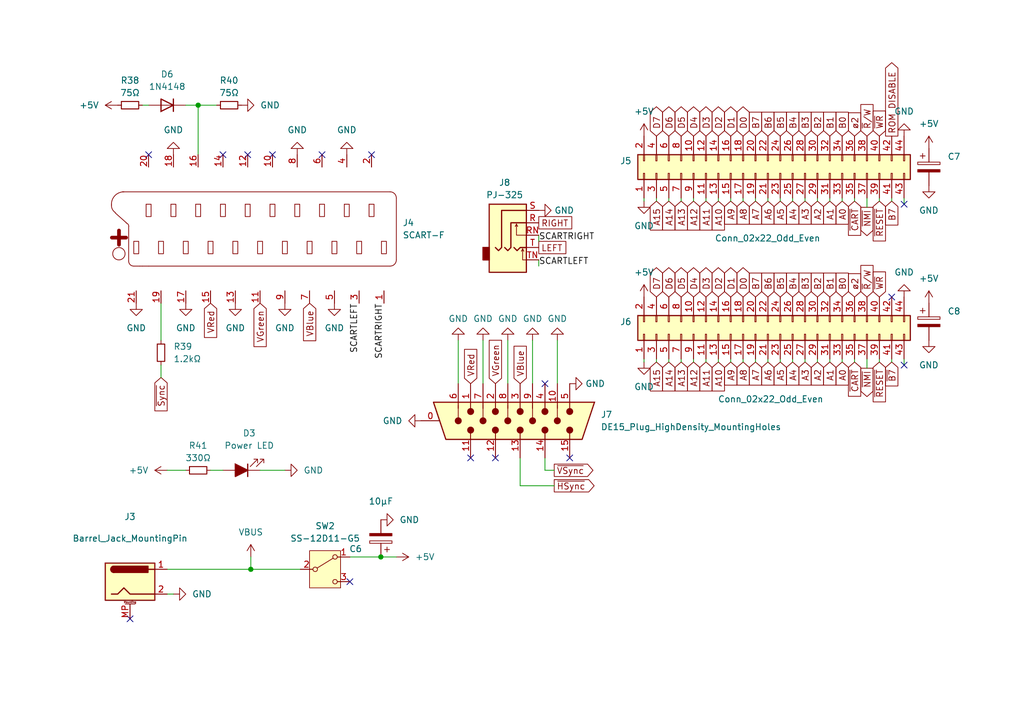
<source format=kicad_sch>
(kicad_sch (version 20231120) (generator "eeschema") (generator_version "8.0")
  (paper "A5")
  (title_block (title "Ports"))
  (lib_symbols
    (symbol "Connector:Barrel_Jack_MountingPin" (pin_names hide)
      (property "Reference" "J" (at 0 5.334 0))
      (property "Value" "Barrel_Jack_MountingPin" (at 1.27 -6.35 0))
      (symbol "Barrel_Jack_MountingPin_0_1"
        (rectangle (start -5.08 3.81) (end 5.08 -3.81) (stroke (width 0.254)) (fill (type background)))
        (arc (start -3.302 3.175) (mid -3.9343 2.54) (end -3.302 1.905) (stroke (width 0.254)))
        (arc (start -3.302 3.175) (mid -3.9343 2.54) (end -3.302 1.905) (stroke (width 0.254)) (fill (type outline)))
        (polyline (pts (xy 5.08 2.54) (xy 3.81 2.54)) (stroke (width 0.254)))
        (polyline (pts (xy -3.81 -2.54) (xy -2.54 -2.54) (xy -1.27 -1.27) (xy 0 -2.54) (xy 2.54 -2.54) (xy 5.08 -2.54)) (stroke (width 0.254)))
        (rectangle (start 3.683 3.175) (end -3.302 1.905) (stroke (width 0.254)) (fill (type outline)))
      )
      (symbol "Barrel_Jack_MountingPin_1_1"
        (polyline (pts (xy -1.016 -4.572) (xy 1.016 -4.572)) (stroke (width 0.1524)))
        (text "Mounting" (at 0 -4.191 0) (effects (font (size 0.381 0.381))))
        (pin passive line (at 7.62 2.54 180) (length 2.54) (name "~") (number "1"))
        (pin passive line (at 7.62 -2.54 180) (length 2.54) (name "~") (number "2"))
        (pin passive line (at 0 -7.62 90) (length 3.048) (name "MountPin") (number "MP"))
      )
    )
    (symbol "Connector:DE15_Plug_HighDensity_MountingHoles" (pin_names (offset 1.016) hide)
      (property "Reference" "J" (at 0 21.59 0))
      (property "Value" "DE15_Plug_HighDensity_MountingHoles" (at 0 19.05 0))
      (symbol "DE15_Plug_HighDensity_MountingHoles_0_1"
        (circle (center -1.905 -7.62) (radius 0.635) (fill (type outline)))
        (circle (center -1.905 -2.54) (radius 0.635) (fill (type outline)))
        (circle (center -1.905 2.54) (radius 0.635) (fill (type outline)))
        (circle (center -1.905 7.62) (radius 0.635) (fill (type outline)))
        (circle (center -1.905 12.7) (radius 0.635) (fill (type outline)))
        (circle (center 0 -10.16) (radius 0.635) (fill (type outline)))
        (circle (center 0 -5.08) (radius 0.635) (fill (type outline)))
        (polyline (pts (xy -3.175 -5.08) (xy -0.635 -5.08)))
        (polyline (pts (xy -0.635 -10.16) (xy -3.175 -10.16)))
        (polyline (pts (xy -0.635 0) (xy -3.175 0)))
        (polyline (pts (xy -0.635 5.08) (xy -3.175 5.08)))
        (polyline (pts (xy -0.635 10.16) (xy -3.175 10.16)))
        (polyline (pts (xy -3.81 17.78) (xy -3.81 -15.24) (xy 3.81 -12.7) (xy 3.81 15.24) (xy -3.81 17.78)) (stroke (width 0.254)) (fill (type background)))
        (circle (center 0 0) (radius 0.635) (fill (type outline)))
        (circle (center 0 5.08) (radius 0.635) (fill (type outline)))
        (circle (center 0 10.16) (radius 0.635) (fill (type outline)))
        (circle (center 1.905 -7.62) (radius 0.635) (fill (type outline)))
        (circle (center 1.905 -2.54) (radius 0.635) (fill (type outline)))
        (circle (center 1.905 2.54) (radius 0.635) (fill (type outline)))
        (circle (center 1.905 7.62) (radius 0.635) (fill (type outline)))
        (circle (center 1.905 12.7) (radius 0.635) (fill (type outline)))
      )
      (symbol "DE15_Plug_HighDensity_MountingHoles_1_1"
        (pin passive line (at 0 -17.78 90) (length 3.81) (name "~") (number "0"))
        (pin passive line (at -7.62 -7.62 0) (length 5.08) (name "~") (number "1"))
        (pin passive line (at -7.62 10.16 0) (length 5.08) (name "~") (number "10"))
        (pin passive line (at 7.62 -7.62 180) (length 5.08) (name "~") (number "11"))
        (pin passive line (at 7.62 -2.54 180) (length 5.08) (name "~") (number "12"))
        (pin passive line (at 7.62 2.54 180) (length 5.08) (name "~") (number "13"))
        (pin passive line (at 7.62 7.62 180) (length 5.08) (name "~") (number "14"))
        (pin passive line (at 7.62 12.7 180) (length 5.08) (name "~") (number "15"))
        (pin passive line (at -7.62 -2.54 0) (length 5.08) (name "~") (number "2"))
        (pin passive line (at -7.62 2.54 0) (length 5.08) (name "~") (number "3"))
        (pin passive line (at -7.62 7.62 0) (length 5.08) (name "~") (number "4"))
        (pin passive line (at -7.62 12.7 0) (length 5.08) (name "~") (number "5"))
        (pin passive line (at -7.62 -10.16 0) (length 5.08) (name "~") (number "6"))
        (pin passive line (at -7.62 -5.08 0) (length 5.08) (name "~") (number "7"))
        (pin passive line (at -7.62 0 0) (length 5.08) (name "~") (number "8"))
        (pin passive line (at -7.62 5.08 0) (length 5.08) (name "~") (number "9"))
      )
    )
    (symbol "Connector:SCART-F" (pin_names (offset 0.762) hide)
      (property "Reference" "J" (at 0 31.75 0))
      (property "Value" "SCART-F" (at 1.016 -29.21 0))
      (symbol "SCART-F_0_1"
        (arc (start -7.62 -26.67) (mid -7.248 -27.568) (end -6.35 -27.94))
        (arc (start -6.604 26.9494) (mid -7.3224 26.6518) (end -7.62 25.9334))
        (rectangle (start -5.08 -24.892) (end -2.54 -25.908))
        (rectangle (start -5.08 -19.812) (end -2.54 -20.828))
        (rectangle (start -5.08 -14.732) (end -2.54 -15.748))
        (rectangle (start -5.08 -9.652) (end -2.54 -10.668))
        (rectangle (start -5.08 -4.572) (end -2.54 -5.588))
        (rectangle (start -5.08 0.508) (end -2.54 -0.508))
        (rectangle (start -5.08 5.588) (end -2.54 4.572))
        (rectangle (start -5.08 10.668) (end -2.54 9.652))
        (rectangle (start -5.08 15.748) (end -2.54 14.732))
        (rectangle (start -5.08 20.828) (end -2.54 19.812))
        (rectangle (start -5.08 25.908) (end -2.54 24.892))
        (circle (center -5.08 28.956) (radius 1.27))
        (polyline (pts (xy -7.62 22.86) (xy -7.62 -26.67)))
        (polyline (pts (xy -7.62 22.86) (xy -7.62 24.13)))
        (polyline (pts (xy -7.62 24.6634) (xy -7.62 24.13)))
        (polyline (pts (xy -7.62 24.6634) (xy -7.62 25.9334)))
        (polyline (pts (xy -6.604 26.9494) (xy 0.508 26.9494)))
        (polyline (pts (xy -6.35 -27.94) (xy 6.35 -27.94)))
        (polyline (pts (xy 3.302 29.718) (xy 1.27 27.432)))
        (polyline (pts (xy 4.826 30.48) (xy 5.08 30.48)))
        (polyline (pts (xy 7.62 -26.67) (xy 7.62 28.2194)))
        (arc (start 0.508 26.924) (mid 0.9569 27.0702) (end 1.2192 27.4574))
        (rectangle (start 2.54 -22.352) (end 5.08 -23.368))
        (rectangle (start 2.54 -17.272) (end 5.08 -18.288))
        (rectangle (start 2.54 -12.192) (end 5.08 -13.208))
        (rectangle (start 2.54 -7.112) (end 5.08 -8.128))
        (rectangle (start 2.54 -2.032) (end 5.08 -3.048))
        (rectangle (start 2.54 3.048) (end 5.08 2.032))
        (rectangle (start 2.54 8.128) (end 5.08 7.112))
        (rectangle (start 2.54 13.208) (end 5.08 12.192))
        (rectangle (start 2.54 18.288) (end 5.08 17.272))
        (rectangle (start 2.54 23.368) (end 5.08 22.352))
        (arc (start 4.826 30.48) (mid 3.999 30.2726) (end 3.3782 29.6926))
        (arc (start 6.35 -27.94) (mid 7.248 -27.568) (end 7.62 -26.67))
        (arc (start 7.62 27.94) (mid 6.8761 29.7361) (end 5.08 30.48))
        (text "+" (at -1.778 29.21 0) (effects (font (size 3.81 3.81) (bold yes))))
      )
      (symbol "SCART-F_1_1"
        (pin passive line (at -15.24 -25.4 0) (length 2.54) (name "P1") (number "1"))
        (pin passive line (at 15.24 -2.54 180) (length 2.54) (name "P10") (number "10"))
        (pin passive line (at -15.24 0 0) (length 2.54) (name "P11") (number "11"))
        (pin passive line (at 15.24 2.54 180) (length 2.54) (name "P12") (number "12"))
        (pin passive line (at -15.24 5.08 0) (length 2.54) (name "P13") (number "13"))
        (pin passive line (at 15.24 7.62 180) (length 2.54) (name "P14") (number "14"))
        (pin passive line (at -15.24 10.16 0) (length 2.54) (name "P15") (number "15"))
        (pin passive line (at 15.24 12.7 180) (length 2.54) (name "P16") (number "16"))
        (pin passive line (at -15.24 15.24 0) (length 2.54) (name "P17") (number "17"))
        (pin passive line (at 15.24 17.78 180) (length 2.54) (name "P18") (number "18"))
        (pin passive line (at -15.24 20.32 0) (length 2.54) (name "P19") (number "19"))
        (pin passive line (at 15.24 -22.86 180) (length 2.54) (name "P2") (number "2"))
        (pin passive line (at 15.24 22.86 180) (length 2.54) (name "P20") (number "20"))
        (pin passive line (at -15.24 25.4 0) (length 2.54) (name "P21") (number "21"))
        (pin passive line (at -15.24 -20.32 0) (length 2.54) (name "P3") (number "3"))
        (pin passive line (at 15.24 -17.78 180) (length 2.54) (name "P4") (number "4"))
        (pin passive line (at -15.24 -15.24 0) (length 2.54) (name "P5") (number "5"))
        (pin passive line (at 15.24 -12.7 180) (length 2.54) (name "P6") (number "6"))
        (pin passive line (at -15.24 -10.16 0) (length 2.54) (name "P7") (number "7"))
        (pin passive line (at 15.24 -7.62 180) (length 2.54) (name "P8") (number "8"))
        (pin passive line (at -15.24 -5.08 0) (length 2.54) (name "P9") (number "9"))
      )
    )
    (symbol "Connector_Audio:AudioJack3_SwitchTR"
      (property "Reference" "J" (at 0 8.89 0))
      (property "Value" "AudioJack3_SwitchTR" (at 0 6.35 0))
      (symbol "AudioJack3_SwitchTR_0_1"
        (rectangle (start -5.08 -5.08) (end -6.35 -7.62) (stroke (width 0.254)) (fill (type outline)))
        (polyline (pts (xy 0.508 -0.254) (xy 0.762 -0.762)))
        (polyline (pts (xy 1.778 -5.334) (xy 2.032 -5.842)))
        (polyline (pts (xy 0 -5.08) (xy 0.635 -5.715) (xy 1.27 -5.08) (xy 2.54 -5.08)) (stroke (width 0.254)))
        (polyline (pts (xy 2.54 -7.62) (xy 1.778 -7.62) (xy 1.778 -5.334) (xy 1.524 -5.842)))
        (polyline (pts (xy 2.54 -2.54) (xy 0.508 -2.54) (xy 0.508 -0.254) (xy 0.254 -0.762)))
        (polyline (pts (xy -1.905 -5.08) (xy -1.27 -5.715) (xy -0.635 -5.08) (xy -0.635 0) (xy 2.54 0)) (stroke (width 0.254)))
        (polyline (pts (xy 2.54 2.54) (xy -2.54 2.54) (xy -2.54 -5.08) (xy -3.175 -5.715) (xy -3.81 -5.08)) (stroke (width 0.254)))
        (rectangle (start 2.54 3.81) (end -5.08 -10.16) (stroke (width 0.254)) (fill (type background)))
      )
      (symbol "AudioJack3_SwitchTR_1_1"
        (pin passive line (at 5.08 0 180) (length 2.54) (name "~") (number "R"))
        (pin passive line (at 5.08 -2.54 180) (length 2.54) (name "~") (number "RN"))
        (pin passive line (at 5.08 2.54 180) (length 2.54) (name "~") (number "S"))
        (pin passive line (at 5.08 -5.08 180) (length 2.54) (name "~") (number "T"))
        (pin passive line (at 5.08 -7.62 180) (length 2.54) (name "~") (number "TN"))
      )
    )
    (symbol "Connector_Generic:Conn_02x22_Odd_Even" (pin_names (offset 1.016) hide)
      (property "Reference" "J" (at 1.27 27.94 0))
      (property "Value" "Conn_02x22_Odd_Even" (at 1.27 -30.48 0))
      (symbol "Conn_02x22_Odd_Even_1_1"
        (rectangle (start -1.27 -27.813) (end 0 -28.067) (stroke (width 0.1524)))
        (rectangle (start -1.27 -25.273) (end 0 -25.527) (stroke (width 0.1524)))
        (rectangle (start -1.27 -22.733) (end 0 -22.987) (stroke (width 0.1524)))
        (rectangle (start -1.27 -20.193) (end 0 -20.447) (stroke (width 0.1524)))
        (rectangle (start -1.27 -17.653) (end 0 -17.907) (stroke (width 0.1524)))
        (rectangle (start -1.27 -15.113) (end 0 -15.367) (stroke (width 0.1524)))
        (rectangle (start -1.27 -12.573) (end 0 -12.827) (stroke (width 0.1524)))
        (rectangle (start -1.27 -10.033) (end 0 -10.287) (stroke (width 0.1524)))
        (rectangle (start -1.27 -7.493) (end 0 -7.747) (stroke (width 0.1524)))
        (rectangle (start -1.27 -4.953) (end 0 -5.207) (stroke (width 0.1524)))
        (rectangle (start -1.27 -2.413) (end 0 -2.667) (stroke (width 0.1524)))
        (rectangle (start -1.27 0.127) (end 0 -0.127) (stroke (width 0.1524)))
        (rectangle (start -1.27 2.667) (end 0 2.413) (stroke (width 0.1524)))
        (rectangle (start -1.27 5.207) (end 0 4.953) (stroke (width 0.1524)))
        (rectangle (start -1.27 7.747) (end 0 7.493) (stroke (width 0.1524)))
        (rectangle (start -1.27 10.287) (end 0 10.033) (stroke (width 0.1524)))
        (rectangle (start -1.27 12.827) (end 0 12.573) (stroke (width 0.1524)))
        (rectangle (start -1.27 15.367) (end 0 15.113) (stroke (width 0.1524)))
        (rectangle (start -1.27 17.907) (end 0 17.653) (stroke (width 0.1524)))
        (rectangle (start -1.27 20.447) (end 0 20.193) (stroke (width 0.1524)))
        (rectangle (start -1.27 22.987) (end 0 22.733) (stroke (width 0.1524)))
        (rectangle (start -1.27 25.527) (end 0 25.273) (stroke (width 0.1524)))
        (rectangle (start -1.27 26.67) (end 3.81 -29.21) (stroke (width 0.254)) (fill (type background)))
        (rectangle (start 3.81 -27.813) (end 2.54 -28.067) (stroke (width 0.1524)))
        (rectangle (start 3.81 -25.273) (end 2.54 -25.527) (stroke (width 0.1524)))
        (rectangle (start 3.81 -22.733) (end 2.54 -22.987) (stroke (width 0.1524)))
        (rectangle (start 3.81 -20.193) (end 2.54 -20.447) (stroke (width 0.1524)))
        (rectangle (start 3.81 -17.653) (end 2.54 -17.907) (stroke (width 0.1524)))
        (rectangle (start 3.81 -15.113) (end 2.54 -15.367) (stroke (width 0.1524)))
        (rectangle (start 3.81 -12.573) (end 2.54 -12.827) (stroke (width 0.1524)))
        (rectangle (start 3.81 -10.033) (end 2.54 -10.287) (stroke (width 0.1524)))
        (rectangle (start 3.81 -7.493) (end 2.54 -7.747) (stroke (width 0.1524)))
        (rectangle (start 3.81 -4.953) (end 2.54 -5.207) (stroke (width 0.1524)))
        (rectangle (start 3.81 -2.413) (end 2.54 -2.667) (stroke (width 0.1524)))
        (rectangle (start 3.81 0.127) (end 2.54 -0.127) (stroke (width 0.1524)))
        (rectangle (start 3.81 2.667) (end 2.54 2.413) (stroke (width 0.1524)))
        (rectangle (start 3.81 5.207) (end 2.54 4.953) (stroke (width 0.1524)))
        (rectangle (start 3.81 7.747) (end 2.54 7.493) (stroke (width 0.1524)))
        (rectangle (start 3.81 10.287) (end 2.54 10.033) (stroke (width 0.1524)))
        (rectangle (start 3.81 12.827) (end 2.54 12.573) (stroke (width 0.1524)))
        (rectangle (start 3.81 15.367) (end 2.54 15.113) (stroke (width 0.1524)))
        (rectangle (start 3.81 17.907) (end 2.54 17.653) (stroke (width 0.1524)))
        (rectangle (start 3.81 20.447) (end 2.54 20.193) (stroke (width 0.1524)))
        (rectangle (start 3.81 22.987) (end 2.54 22.733) (stroke (width 0.1524)))
        (rectangle (start 3.81 25.527) (end 2.54 25.273) (stroke (width 0.1524)))
        (pin passive line (at -5.08 25.4 0) (length 3.81) (name "Pin_1") (number "1"))
        (pin passive line (at 7.62 15.24 180) (length 3.81) (name "Pin_10") (number "10"))
        (pin passive line (at -5.08 12.7 0) (length 3.81) (name "Pin_11") (number "11"))
        (pin passive line (at 7.62 12.7 180) (length 3.81) (name "Pin_12") (number "12"))
        (pin passive line (at -5.08 10.16 0) (length 3.81) (name "Pin_13") (number "13"))
        (pin passive line (at 7.62 10.16 180) (length 3.81) (name "Pin_14") (number "14"))
        (pin passive line (at -5.08 7.62 0) (length 3.81) (name "Pin_15") (number "15"))
        (pin passive line (at 7.62 7.62 180) (length 3.81) (name "Pin_16") (number "16"))
        (pin passive line (at -5.08 5.08 0) (length 3.81) (name "Pin_17") (number "17"))
        (pin passive line (at 7.62 5.08 180) (length 3.81) (name "Pin_18") (number "18"))
        (pin passive line (at -5.08 2.54 0) (length 3.81) (name "Pin_19") (number "19"))
        (pin passive line (at 7.62 25.4 180) (length 3.81) (name "Pin_2") (number "2"))
        (pin passive line (at 7.62 2.54 180) (length 3.81) (name "Pin_20") (number "20"))
        (pin passive line (at -5.08 0 0) (length 3.81) (name "Pin_21") (number "21"))
        (pin passive line (at 7.62 0 180) (length 3.81) (name "Pin_22") (number "22"))
        (pin passive line (at -5.08 -2.54 0) (length 3.81) (name "Pin_23") (number "23"))
        (pin passive line (at 7.62 -2.54 180) (length 3.81) (name "Pin_24") (number "24"))
        (pin passive line (at -5.08 -5.08 0) (length 3.81) (name "Pin_25") (number "25"))
        (pin passive line (at 7.62 -5.08 180) (length 3.81) (name "Pin_26") (number "26"))
        (pin passive line (at -5.08 -7.62 0) (length 3.81) (name "Pin_27") (number "27"))
        (pin passive line (at 7.62 -7.62 180) (length 3.81) (name "Pin_28") (number "28"))
        (pin passive line (at -5.08 -10.16 0) (length 3.81) (name "Pin_29") (number "29"))
        (pin passive line (at -5.08 22.86 0) (length 3.81) (name "Pin_3") (number "3"))
        (pin passive line (at 7.62 -10.16 180) (length 3.81) (name "Pin_30") (number "30"))
        (pin passive line (at -5.08 -12.7 0) (length 3.81) (name "Pin_31") (number "31"))
        (pin passive line (at 7.62 -12.7 180) (length 3.81) (name "Pin_32") (number "32"))
        (pin passive line (at -5.08 -15.24 0) (length 3.81) (name "Pin_33") (number "33"))
        (pin passive line (at 7.62 -15.24 180) (length 3.81) (name "Pin_34") (number "34"))
        (pin passive line (at -5.08 -17.78 0) (length 3.81) (name "Pin_35") (number "35"))
        (pin passive line (at 7.62 -17.78 180) (length 3.81) (name "Pin_36") (number "36"))
        (pin passive line (at -5.08 -20.32 0) (length 3.81) (name "Pin_37") (number "37"))
        (pin passive line (at 7.62 -20.32 180) (length 3.81) (name "Pin_38") (number "38"))
        (pin passive line (at -5.08 -22.86 0) (length 3.81) (name "Pin_39") (number "39"))
        (pin passive line (at 7.62 22.86 180) (length 3.81) (name "Pin_4") (number "4"))
        (pin passive line (at 7.62 -22.86 180) (length 3.81) (name "Pin_40") (number "40"))
        (pin passive line (at -5.08 -25.4 0) (length 3.81) (name "Pin_41") (number "41"))
        (pin passive line (at 7.62 -25.4 180) (length 3.81) (name "Pin_42") (number "42"))
        (pin passive line (at -5.08 -27.94 0) (length 3.81) (name "Pin_43") (number "43"))
        (pin passive line (at 7.62 -27.94 180) (length 3.81) (name "Pin_44") (number "44"))
        (pin passive line (at -5.08 20.32 0) (length 3.81) (name "Pin_5") (number "5"))
        (pin passive line (at 7.62 20.32 180) (length 3.81) (name "Pin_6") (number "6"))
        (pin passive line (at -5.08 17.78 0) (length 3.81) (name "Pin_7") (number "7"))
        (pin passive line (at 7.62 17.78 180) (length 3.81) (name "Pin_8") (number "8"))
        (pin passive line (at -5.08 15.24 0) (length 3.81) (name "Pin_9") (number "9"))
      )
    )
    (symbol "Device:C_Polarized" (pin_numbers hide) (pin_names (offset 0.254))
      (property "Reference" "C" (at 0.635 2.54 0))
      (property "Value" "C_Polarized" (at 0.635 -2.54 0))
      (symbol "C_Polarized_0_1"
        (rectangle (start -2.286 0.508) (end 2.286 1.016))
        (polyline (pts (xy -1.778 2.286) (xy -0.762 2.286)))
        (polyline (pts (xy -1.27 2.794) (xy -1.27 1.778)))
        (rectangle (start 2.286 -0.508) (end -2.286 -1.016) (fill (type outline)))
      )
      (symbol "C_Polarized_1_1"
        (pin passive line (at 0 3.81 270) (length 2.794) (name "~") (number "1"))
        (pin passive line (at 0 -3.81 90) (length 2.794) (name "~") (number "2"))
      )
    )
    (symbol "Device:LED_Filled" (pin_numbers hide) (pin_names (offset 1.016) hide)
      (property "Reference" "D" (at 0 2.54 0))
      (property "Value" "LED_Filled" (at 0 -2.54 0))
      (symbol "LED_Filled_0_1"
        (polyline (pts (xy -1.27 -1.27) (xy -1.27 1.27)) (stroke (width 0.254)))
        (polyline (pts (xy -1.27 0) (xy 1.27 0)))
        (polyline (pts (xy 1.27 -1.27) (xy 1.27 1.27) (xy -1.27 0) (xy 1.27 -1.27)) (stroke (width 0.254)) (fill (type outline)))
        (polyline (pts (xy -3.048 -0.762) (xy -4.572 -2.286) (xy -3.81 -2.286) (xy -4.572 -2.286) (xy -4.572 -1.524)))
        (polyline (pts (xy -1.778 -0.762) (xy -3.302 -2.286) (xy -2.54 -2.286) (xy -3.302 -2.286) (xy -3.302 -1.524)))
      )
      (symbol "LED_Filled_1_1"
        (pin passive line (at -3.81 0 0) (length 2.54) (name "K") (number "1"))
        (pin passive line (at 3.81 0 180) (length 2.54) (name "A") (number "2"))
      )
    )
    (symbol "Device:R_Small" (pin_numbers hide) (pin_names (offset 0.254) hide)
      (property "Reference" "R" (at 0.762 0.508 0))
      (property "Value" "R_Small" (at 0.762 -1.016 0))
      (symbol "R_Small_0_1"
        (rectangle (start -0.762 1.778) (end 0.762 -1.778) (stroke (width 0.2032)))
      )
      (symbol "R_Small_1_1"
        (pin passive line (at 0 2.54 270) (length 0.762) (name "~") (number "1"))
        (pin passive line (at 0 -2.54 90) (length 0.762) (name "~") (number "2"))
      )
    )
    (symbol "Diode:1N4148" (pin_numbers hide) (pin_names hide)
      (property "Reference" "D" (at 0 2.54 0))
      (property "Value" "1N4148" (at 0 -2.54 0))
      (symbol "1N4148_0_1"
        (polyline (pts (xy -1.27 1.27) (xy -1.27 -1.27)) (stroke (width 0.254)))
        (polyline (pts (xy 1.27 0) (xy -1.27 0)))
        (polyline (pts (xy 1.27 1.27) (xy 1.27 -1.27) (xy -1.27 0) (xy 1.27 1.27)) (stroke (width 0.254)))
      )
      (symbol "1N4148_1_1"
        (pin passive line (at -3.81 0 0) (length 2.54) (name "K") (number "1"))
        (pin passive line (at 3.81 0 180) (length 2.54) (name "A") (number "2"))
      )
    )
    (symbol "Switch:SW_SPDT" (pin_names (offset 0) hide)
      (property "Reference" "SW" (at 0 5.08 0))
      (property "Value" "SW_SPDT" (at 0 -5.08 0))
      (symbol "SW_SPDT_0_1"
        (circle (center -2.032 0) (radius 0.4572))
        (polyline (pts (xy -1.651 0.254) (xy 1.651 2.286)))
        (circle (center 2.032 -2.54) (radius 0.4572))
        (circle (center 2.032 2.54) (radius 0.4572))
      )
      (symbol "SW_SPDT_1_1"
        (rectangle (start -3.175 3.81) (end 3.175 -3.81) (fill (type background)))
        (pin passive line (at 5.08 2.54 180) (length 2.54) (name "A") (number "1"))
        (pin passive line (at -5.08 0 0) (length 2.54) (name "B") (number "2"))
        (pin passive line (at 5.08 -2.54 180) (length 2.54) (name "C") (number "3"))
      )
    )
    (symbol "power:+5V" (power) (pin_names (offset 0))
      (property "Value" "+5V" (at 0 3.556 0))
      (symbol "+5V_0_1"
        (polyline (pts (xy -0.762 1.27) (xy 0 2.54)))
        (polyline (pts (xy 0 0) (xy 0 2.54)))
        (polyline (pts (xy 0 2.54) (xy 0.762 1.27)))
      )
      (symbol "+5V_1_1"
        (pin power_in line (at 0 0 90) (length 0) hide (name "+5V") (number "1"))
      )
    )
    (symbol "power:GND" (power) (pin_names (offset 0))
      (property "Value" "GND" (at 0 -3.81 0))
      (symbol "GND_0_1"
        (polyline (pts (xy 0 0) (xy 0 -1.27) (xy 1.27 -1.27) (xy 0 -2.54) (xy -1.27 -1.27) (xy 0 -1.27)))
      )
      (symbol "GND_1_1"
        (pin power_in line (at 0 0 270) (length 0) hide (name "GND") (number "1"))
      )
    )
    (symbol "power:VBUS" (power) (pin_names (offset 0))
      (property "Value" "VBUS" (at 0 3.81 0))
      (symbol "VBUS_0_1"
        (polyline (pts (xy -0.762 1.27) (xy 0 2.54)))
        (polyline (pts (xy 0 0) (xy 0 2.54)))
        (polyline (pts (xy 0 2.54) (xy 0.762 1.27)))
      )
      (symbol "VBUS_1_1"
        (pin power_in line (at 0 0 90) (length 0) hide (name "VBUS") (number "1"))
      )
    )
  )
  (junction (at 40.64 21.59))
  (junction (at 51.435 116.84))
  (junction (at 78.105 114.3))
  (no_connect (at 101.6 93.98))
  (no_connect (at 182.88 60.96))
  (no_connect (at 66.04 31.75))
  (no_connect (at 185.42 74.93))
  (no_connect (at 55.88 31.75))
  (no_connect (at 185.42 41.91))
  (no_connect (at 50.8 31.75))
  (no_connect (at 26.67 127))
  (no_connect (at 71.755 119.38))
  (no_connect (at 96.52 93.98))
  (no_connect (at 111.76 78.74))
  (no_connect (at 116.84 93.98))
  (no_connect (at 30.48 31.75))
  (no_connect (at 76.2 31.75))
  (no_connect (at 45.72 31.75))
  (wire (pts (xy 177.8 42.545) (xy 177.8 40.64)))
  (wire (pts (xy 147.32 40.64) (xy 147.32 41.275)))
  (wire (pts (xy 170.18 40.64) (xy 170.18 41.275)))
  (wire (pts (xy 157.48 40.64) (xy 157.48 41.275)))
  (wire (pts (xy 180.34 73.66) (xy 180.34 74.295)))
  (wire (pts (xy 182.88 40.64) (xy 182.88 41.275)))
  (wire (pts (xy 157.48 73.66) (xy 157.48 74.295)))
  (wire (pts (xy 165.1 73.66) (xy 165.1 74.295)))
  (wire (pts (xy 144.78 73.66) (xy 144.78 74.295)))
  (wire (pts (xy 71.755 114.3) (xy 78.105 114.3)))
  (wire (pts (xy 177.8 75.565) (xy 177.8 73.66)))
  (wire (pts (xy 40.64 21.59) (xy 44.45 21.59)))
  (wire (pts (xy 172.72 73.66) (xy 172.72 74.295)))
  (wire (pts (xy 142.24 40.64) (xy 142.24 41.275)))
  (wire (pts (xy 113.665 96.52) (xy 111.76 96.52)))
  (wire (pts (xy 134.62 73.66) (xy 134.62 74.295)))
  (wire (pts (xy 170.18 73.66) (xy 170.18 74.295)))
  (wire (pts (xy 162.56 40.64) (xy 162.56 41.275)))
  (wire (pts (xy 154.94 73.66) (xy 154.94 74.295)))
  (wire (pts (xy 167.64 73.66) (xy 167.64 74.295)))
  (wire (pts (xy 113.665 99.695) (xy 106.68 99.695)))
  (wire (pts (xy 106.68 99.695) (xy 106.68 93.98)))
  (wire (pts (xy 132.08 40.64) (xy 132.08 41.275)))
  (wire (pts (xy 109.22 69.85) (xy 109.22 78.74)))
  (wire (pts (xy 93.98 69.85) (xy 93.98 78.74)))
  (wire (pts (xy 35.56 121.92) (xy 34.29 121.92)))
  (wire (pts (xy 110.49 49.53) (xy 110.49 48.26)))
  (wire (pts (xy 29.21 21.59) (xy 30.48 21.59)))
  (wire (pts (xy 51.435 116.84) (xy 61.595 116.84)))
  (wire (pts (xy 154.94 40.64) (xy 154.94 41.275)))
  (wire (pts (xy 167.64 40.64) (xy 167.64 41.275)))
  (wire (pts (xy 137.16 73.66) (xy 137.16 74.295)))
  (wire (pts (xy 137.16 40.64) (xy 137.16 41.275)))
  (wire (pts (xy 180.34 40.64) (xy 180.34 41.275)))
  (wire (pts (xy 172.72 40.64) (xy 172.72 41.275)))
  (wire (pts (xy 175.26 40.64) (xy 175.26 41.275)))
  (wire (pts (xy 142.24 73.66) (xy 142.24 74.295)))
  (wire (pts (xy 162.56 73.66) (xy 162.56 74.295)))
  (wire (pts (xy 99.06 69.85) (xy 99.06 78.74)))
  (wire (pts (xy 160.02 73.66) (xy 160.02 74.295)))
  (wire (pts (xy 139.7 73.66) (xy 139.7 74.295)))
  (wire (pts (xy 33.02 69.85) (xy 33.02 62.23)))
  (wire (pts (xy 51.435 114.3) (xy 51.435 116.84)))
  (wire (pts (xy 104.14 69.85) (xy 104.14 78.74)))
  (wire (pts (xy 58.42 96.52) (xy 53.34 96.52)))
  (wire (pts (xy 149.86 73.66) (xy 149.86 74.295)))
  (wire (pts (xy 132.08 73.66) (xy 132.08 74.295)))
  (wire (pts (xy 175.26 73.66) (xy 175.26 74.295)))
  (wire (pts (xy 152.4 73.66) (xy 152.4 74.295)))
  (wire (pts (xy 78.105 114.3) (xy 81.28 114.3)))
  (wire (pts (xy 134.62 40.64) (xy 134.62 41.275)))
  (wire (pts (xy 40.64 21.59) (xy 40.64 31.75)))
  (wire (pts (xy 147.32 73.66) (xy 147.32 74.295)))
  (wire (pts (xy 185.42 41.91) (xy 185.42 40.64)))
  (wire (pts (xy 110.49 54.61) (xy 110.49 53.34)))
  (wire (pts (xy 139.7 40.64) (xy 139.7 41.275)))
  (wire (pts (xy 33.02 77.47) (xy 33.02 74.93)))
  (wire (pts (xy 34.29 96.52) (xy 38.1 96.52)))
  (wire (pts (xy 152.4 40.64) (xy 152.4 41.275)))
  (wire (pts (xy 111.76 96.52) (xy 111.76 93.98)))
  (wire (pts (xy 149.86 40.64) (xy 149.86 41.275)))
  (wire (pts (xy 34.29 116.84) (xy 51.435 116.84)))
  (wire (pts (xy 38.1 21.59) (xy 40.64 21.59)))
  (wire (pts (xy 43.18 96.52) (xy 45.72 96.52)))
  (wire (pts (xy 182.88 73.66) (xy 182.88 74.295)))
  (wire (pts (xy 185.42 73.66) (xy 185.42 74.93)))
  (wire (pts (xy 114.3 69.85) (xy 114.3 78.74)))
  (wire (pts (xy 160.02 40.64) (xy 160.02 41.275)))
  (wire (pts (xy 144.78 40.64) (xy 144.78 41.275)))
  (wire (pts (xy 165.1 40.64) (xy 165.1 41.275)))
  (label "SCARTRIGHT" (at 78.74 62.23 270))
  (label "SCARTLEFT" (at 110.49 54.61 0))
  (label "SCARTLEFT" (at 73.66 62.23 270))
  (label "SCARTRIGHT" (at 110.49 49.53 0))
  (global_label "A4" (shape input) (at 162.56 41.275 270) (property "Intersheetrefs" "${INTERSHEET_REFS}" (effects (hide yes))))
  (global_label "A1" (shape input) (at 170.18 74.295 270) (property "Intersheetrefs" "${INTERSHEET_REFS}" (effects (hide yes))))
  (global_label "A7" (shape input) (at 154.94 41.275 270) (property "Intersheetrefs" "${INTERSHEET_REFS}" (effects (hide yes))))
  (global_label "D1" (shape bidirectional) (at 149.86 27.94 90) (property "Intersheetrefs" "${INTERSHEET_REFS}" (effects (hide yes))))
  (global_label "A11" (shape input) (at 144.78 74.295 270) (property "Intersheetrefs" "${INTERSHEET_REFS}" (effects (hide yes))))
  (global_label "~{HSync}" (shape output) (at 113.665 99.695 0) (property "Intersheetrefs" "${INTERSHEET_REFS}" (effects (hide yes))))
  (global_label "~{Sync}" (shape input) (at 33.02 77.47 270) (property "Intersheetrefs" "${INTERSHEET_REFS}" (effects (hide yes))))
  (global_label "D4" (shape bidirectional) (at 142.24 27.94 90) (property "Intersheetrefs" "${INTERSHEET_REFS}" (effects (hide yes))))
  (global_label "A10" (shape input) (at 147.32 41.275 270) (property "Intersheetrefs" "${INTERSHEET_REFS}" (effects (hide yes))))
  (global_label "A8" (shape input) (at 152.4 74.295 270) (property "Intersheetrefs" "${INTERSHEET_REFS}" (effects (hide yes))))
  (global_label "B3" (shape input) (at 165.1 60.96 90) (property "Intersheetrefs" "${INTERSHEET_REFS}" (effects (hide yes))))
  (global_label "B7" (shape input) (at 154.94 60.96 90) (property "Intersheetrefs" "${INTERSHEET_REFS}" (effects (hide yes))))
  (global_label "A9" (shape input) (at 149.86 74.295 270) (property "Intersheetrefs" "${INTERSHEET_REFS}" (effects (hide yes))))
  (global_label "B2" (shape input) (at 167.64 27.94 90) (property "Intersheetrefs" "${INTERSHEET_REFS}" (effects (hide yes))))
  (global_label "VRed" (shape input) (at 43.18 62.23 270) (property "Intersheetrefs" "${INTERSHEET_REFS}" (effects (hide yes))))
  (global_label "A13" (shape input) (at 139.7 41.275 270) (property "Intersheetrefs" "${INTERSHEET_REFS}" (effects (hide yes))))
  (global_label "B6" (shape input) (at 157.48 60.96 90) (property "Intersheetrefs" "${INTERSHEET_REFS}" (effects (hide yes))))
  (global_label "A0" (shape input) (at 172.72 74.295 270) (property "Intersheetrefs" "${INTERSHEET_REFS}" (effects (hide yes))))
  (global_label "D2" (shape bidirectional) (at 147.32 27.94 90) (property "Intersheetrefs" "${INTERSHEET_REFS}" (effects (hide yes))))
  (global_label "~{WR}" (shape input) (at 180.34 60.96 90) (property "Intersheetrefs" "${INTERSHEET_REFS}" (effects (hide yes))))
  (global_label "A10" (shape input) (at 147.32 74.295 270) (property "Intersheetrefs" "${INTERSHEET_REFS}" (effects (hide yes))))
  (global_label "~{B7}" (shape input) (at 182.88 74.295 270) (property "Intersheetrefs" "${INTERSHEET_REFS}" (effects (hide yes))))
  (global_label "A4" (shape input) (at 162.56 74.295 270) (property "Intersheetrefs" "${INTERSHEET_REFS}" (effects (hide yes))))
  (global_label "D3" (shape bidirectional) (at 144.78 60.96 90) (property "Intersheetrefs" "${INTERSHEET_REFS}" (effects (hide yes))))
  (global_label "~{RESET}" (shape input) (at 180.34 74.295 270) (property "Intersheetrefs" "${INTERSHEET_REFS}" (effects (hide yes))))
  (global_label "D4" (shape bidirectional) (at 142.24 60.96 90) (property "Intersheetrefs" "${INTERSHEET_REFS}" (effects (hide yes))))
  (global_label "A5" (shape input) (at 160.02 41.275 270) (property "Intersheetrefs" "${INTERSHEET_REFS}" (effects (hide yes))))
  (global_label "A11" (shape input) (at 144.78 41.275 270) (property "Intersheetrefs" "${INTERSHEET_REFS}" (effects (hide yes))))
  (global_label "ø2" (shape input) (at 175.26 60.96 90) (property "Intersheetrefs" "${INTERSHEET_REFS}" (effects (hide yes))))
  (global_label "ROM DISABLE" (shape output) (at 182.88 27.94 90) (property "Intersheetrefs" "${INTERSHEET_REFS}" (effects (hide yes))))
  (global_label "B0" (shape input) (at 172.72 60.96 90) (property "Intersheetrefs" "${INTERSHEET_REFS}" (effects (hide yes))))
  (global_label "D3" (shape bidirectional) (at 144.78 27.94 90) (property "Intersheetrefs" "${INTERSHEET_REFS}" (effects (hide yes))))
  (global_label "B4" (shape input) (at 162.56 60.96 90) (property "Intersheetrefs" "${INTERSHEET_REFS}" (effects (hide yes))))
  (global_label "A3" (shape input) (at 165.1 41.275 270) (property "Intersheetrefs" "${INTERSHEET_REFS}" (effects (hide yes))))
  (global_label "D7" (shape bidirectional) (at 134.62 27.94 90) (property "Intersheetrefs" "${INTERSHEET_REFS}" (effects (hide yes))))
  (global_label "A12" (shape input) (at 142.24 41.275 270) (property "Intersheetrefs" "${INTERSHEET_REFS}" (effects (hide yes))))
  (global_label "VBlue" (shape input) (at 63.5 62.23 270) (property "Intersheetrefs" "${INTERSHEET_REFS}" (effects (hide yes))))
  (global_label "B3" (shape input) (at 165.1 27.94 90) (property "Intersheetrefs" "${INTERSHEET_REFS}" (effects (hide yes))))
  (global_label "D6" (shape bidirectional) (at 137.16 27.94 90) (property "Intersheetrefs" "${INTERSHEET_REFS}" (effects (hide yes))))
  (global_label "~{CART}" (shape input) (at 175.26 74.295 270) (property "Intersheetrefs" "${INTERSHEET_REFS}" (effects (hide yes))))
  (global_label "VGreen" (shape input) (at 101.6 78.74 90) (property "Intersheetrefs" "${INTERSHEET_REFS}" (effects (hide yes))))
  (global_label "LEFT" (shape passive) (at 110.49 50.8 0) (property "Intersheetrefs" "${INTERSHEET_REFS}" (effects (hide yes))))
  (global_label "A8" (shape input) (at 152.4 41.275 270) (property "Intersheetrefs" "${INTERSHEET_REFS}" (effects (hide yes))))
  (global_label "D5" (shape bidirectional) (at 139.7 27.94 90) (property "Intersheetrefs" "${INTERSHEET_REFS}" (effects (hide yes))))
  (global_label "RIGHT" (shape passive) (at 110.49 45.72 0) (property "Intersheetrefs" "${INTERSHEET_REFS}" (effects (hide yes))))
  (global_label "B7" (shape input) (at 182.88 41.275 270) (property "Intersheetrefs" "${INTERSHEET_REFS}" (effects (hide yes))))
  (global_label "D5" (shape bidirectional) (at 139.7 60.96 90) (property "Intersheetrefs" "${INTERSHEET_REFS}" (effects (hide yes))))
  (global_label "VRed" (shape input) (at 96.52 78.74 90) (property "Intersheetrefs" "${INTERSHEET_REFS}" (effects (hide yes))))
  (global_label "B5" (shape input) (at 160.02 27.94 90) (property "Intersheetrefs" "${INTERSHEET_REFS}" (effects (hide yes))))
  (global_label "B1" (shape input) (at 170.18 27.94 90) (property "Intersheetrefs" "${INTERSHEET_REFS}" (effects (hide yes))))
  (global_label "B5" (shape input) (at 160.02 60.96 90) (property "Intersheetrefs" "${INTERSHEET_REFS}" (effects (hide yes))))
  (global_label "A14" (shape input) (at 137.16 41.275 270) (property "Intersheetrefs" "${INTERSHEET_REFS}" (effects (hide yes))))
  (global_label "~{VSync}" (shape output) (at 113.665 96.52 0) (property "Intersheetrefs" "${INTERSHEET_REFS}" (effects (hide yes))))
  (global_label "D7" (shape bidirectional) (at 134.62 60.96 90) (property "Intersheetrefs" "${INTERSHEET_REFS}" (effects (hide yes))))
  (global_label "A15" (shape input) (at 134.62 74.295 270) (property "Intersheetrefs" "${INTERSHEET_REFS}" (effects (hide yes))))
  (global_label "A12" (shape input) (at 142.24 74.295 270) (property "Intersheetrefs" "${INTERSHEET_REFS}" (effects (hide yes))))
  (global_label "D0" (shape bidirectional) (at 152.4 27.94 90) (property "Intersheetrefs" "${INTERSHEET_REFS}" (effects (hide yes))))
  (global_label "~{NMI}" (shape output) (at 177.8 75.565 270) (property "Intersheetrefs" "${INTERSHEET_REFS}" (effects (hide yes))))
  (global_label "~{R}{slash}W" (shape input) (at 177.8 60.96 90) (property "Intersheetrefs" "${INTERSHEET_REFS}" (effects (hide yes))))
  (global_label "B0" (shape input) (at 172.72 27.94 90) (property "Intersheetrefs" "${INTERSHEET_REFS}" (effects (hide yes))))
  (global_label "B2" (shape input) (at 167.64 60.96 90) (property "Intersheetrefs" "${INTERSHEET_REFS}" (effects (hide yes))))
  (global_label "A9" (shape input) (at 149.86 41.275 270) (property "Intersheetrefs" "${INTERSHEET_REFS}" (effects (hide yes))))
  (global_label "D1" (shape bidirectional) (at 149.86 60.96 90) (property "Intersheetrefs" "${INTERSHEET_REFS}" (effects (hide yes))))
  (global_label "A6" (shape input) (at 157.48 41.275 270) (property "Intersheetrefs" "${INTERSHEET_REFS}" (effects (hide yes))))
  (global_label "A2" (shape input) (at 167.64 41.275 270) (property "Intersheetrefs" "${INTERSHEET_REFS}" (effects (hide yes))))
  (global_label "D0" (shape bidirectional) (at 152.4 60.96 90) (property "Intersheetrefs" "${INTERSHEET_REFS}" (effects (hide yes))))
  (global_label "ø2" (shape input) (at 175.26 27.94 90) (property "Intersheetrefs" "${INTERSHEET_REFS}" (effects (hide yes))))
  (global_label "A2" (shape input) (at 167.64 74.295 270) (property "Intersheetrefs" "${INTERSHEET_REFS}" (effects (hide yes))))
  (global_label "A1" (shape input) (at 170.18 41.275 270) (property "Intersheetrefs" "${INTERSHEET_REFS}" (effects (hide yes))))
  (global_label "~{NMI}" (shape output) (at 177.8 42.545 270) (property "Intersheetrefs" "${INTERSHEET_REFS}" (effects (hide yes))))
  (global_label "A3" (shape input) (at 165.1 74.295 270) (property "Intersheetrefs" "${INTERSHEET_REFS}" (effects (hide yes))))
  (global_label "~{WR}" (shape input) (at 180.34 27.94 90) (property "Intersheetrefs" "${INTERSHEET_REFS}" (effects (hide yes))))
  (global_label "B7" (shape input) (at 154.94 27.94 90) (property "Intersheetrefs" "${INTERSHEET_REFS}" (effects (hide yes))))
  (global_label "A0" (shape input) (at 172.72 41.275 270) (property "Intersheetrefs" "${INTERSHEET_REFS}" (effects (hide yes))))
  (global_label "A15" (shape input) (at 134.62 41.275 270) (property "Intersheetrefs" "${INTERSHEET_REFS}" (effects (hide yes))))
  (global_label "VBlue" (shape input) (at 106.68 78.74 90) (property "Intersheetrefs" "${INTERSHEET_REFS}" (effects (hide yes))))
  (global_label "A13" (shape input) (at 139.7 74.295 270) (property "Intersheetrefs" "${INTERSHEET_REFS}" (effects (hide yes))))
  (global_label "~{R}{slash}W" (shape input) (at 177.8 27.94 90) (property "Intersheetrefs" "${INTERSHEET_REFS}" (effects (hide yes))))
  (global_label "A7" (shape input) (at 154.94 74.295 270) (property "Intersheetrefs" "${INTERSHEET_REFS}" (effects (hide yes))))
  (global_label "VGreen" (shape input) (at 53.34 62.23 270) (property "Intersheetrefs" "${INTERSHEET_REFS}" (effects (hide yes))))
  (global_label "B1" (shape input) (at 170.18 60.96 90) (property "Intersheetrefs" "${INTERSHEET_REFS}" (effects (hide yes))))
  (global_label "D2" (shape bidirectional) (at 147.32 60.96 90) (property "Intersheetrefs" "${INTERSHEET_REFS}" (effects (hide yes))))
  (global_label "~{RESET}" (shape input) (at 180.34 41.275 270) (property "Intersheetrefs" "${INTERSHEET_REFS}" (effects (hide yes))))
  (global_label "B4" (shape input) (at 162.56 27.94 90) (property "Intersheetrefs" "${INTERSHEET_REFS}" (effects (hide yes))))
  (global_label "A5" (shape input) (at 160.02 74.295 270) (property "Intersheetrefs" "${INTERSHEET_REFS}" (effects (hide yes))))
  (global_label "D6" (shape bidirectional) (at 137.16 60.96 90) (property "Intersheetrefs" "${INTERSHEET_REFS}" (effects (hide yes))))
  (global_label "A6" (shape input) (at 157.48 74.295 270) (property "Intersheetrefs" "${INTERSHEET_REFS}" (effects (hide yes))))
  (global_label "A14" (shape input) (at 137.16 74.295 270) (property "Intersheetrefs" "${INTERSHEET_REFS}" (effects (hide yes))))
  (global_label "B6" (shape input) (at 157.48 27.94 90) (property "Intersheetrefs" "${INTERSHEET_REFS}" (effects (hide yes))))
  (global_label "~{CART}" (shape input) (at 175.26 41.275 270) (property "Intersheetrefs" "${INTERSHEET_REFS}" (effects (hide yes))))
  (symbol (lib_id "Device:R_Small") (at 33.02 72.39 180) (unit 1)
    (property "Reference" "R39" (at 35.56 71.12 0) (effects (justify right)))
    (property "Value" "1.2kΩ" (at 35.56 73.66 0) (effects (justify right)))
    (property "Footprint" "SMAL:R_Horizontal" (effects (hide yes)))
  )
  (symbol (lib_id "Diode:1N4148") (at 34.29 21.59 180) (unit 1)
    (property "Reference" "D6" (at 34.29 15.24 0))
    (property "Value" "1N4148" (at 34.29 17.78 0))
    (property "Footprint" "Diode_THT:D_DO-34_SOD68_P7.62mm_Horizontal" (effects (hide yes)))
    (property "Datasheet" "https://assets.nexperia.com/documents/data-sheet/1N4148_1N4448.pdf" (effects (hide yes)))
    (property "Description" "100V 0.15A standard switching diode, DO-35" (effects (hide yes)))
    (property "Sim.Device" "D" (effects (hide yes)))
    (property "Sim.Pins" "1=K 2=A" (effects (hide yes)))
  )
  (symbol (lib_id "power:+5V") (at 132.08 27.94 0) (unit 1)
    (property "Reference" "#PWR0161" (effects (hide yes)))
    (property "Value" "+5V" (at 132.08 22.86 0))
  )
  (symbol (lib_id "power:GND") (at 190.5 69.85 0) (unit 1)
    (property "Reference" "#PWR0170" (effects (hide yes)))
    (property "Value" "GND" (at 190.5 74.93 0))
  )
  (symbol (lib_id "power:GND") (at 93.98 69.85 180) (unit 1)
    (property "Reference" "#PWR017" (effects (hide yes)))
    (property "Value" "GND" (at 93.98 65.405 0))
  )
  (symbol (lib_id "Connector:SCART-F") (at 53.34 46.99 90) (unit 1)
    (property "Reference" "J4" (at 82.55 45.72 90) (effects (justify right)))
    (property "Value" "SCART-F" (at 82.55 48.26 90) (effects (justify right)))
    (property "Footprint" "Video:SCART" (effects (hide yes)))
    (property "Datasheet" " ~" (effects (hide yes)))
  )
  (symbol (lib_id "power:GND") (at 86.36 86.36 270) (unit 1)
    (property "Reference" "#PWR013" (effects (hide yes)))
    (property "Value" "GND" (at 82.55 86.36 90) (effects (justify right)))
  )
  (symbol (lib_id "power:GND") (at 35.56 31.75 180) (unit 1)
    (property "Reference" "#PWR0145" (effects (hide yes)))
    (property "Value" "GND" (at 35.56 26.67 0))
  )
  (symbol (lib_id "power:GND") (at 49.53 21.59 90) (unit 1)
    (property "Reference" "#PWR0150" (effects (hide yes)))
    (property "Value" "GND" (at 53.34 21.59 90) (effects (justify right)))
  )
  (symbol (lib_id "power:+5V") (at 132.08 60.96 0) (unit 1)
    (property "Reference" "#PWR0163" (effects (hide yes)))
    (property "Value" "+5V" (at 132.08 55.88 0))
  )
  (symbol (lib_id "power:GND") (at 71.12 31.75 180) (unit 1)
    (property "Reference" "#PWR0159" (effects (hide yes)))
    (property "Value" "GND" (at 71.12 26.67 0))
  )
  (symbol (lib_id "power:+5V") (at 34.29 96.52 90) (unit 1)
    (property "Reference" "#PWR0151" (effects (hide yes)))
    (property "Value" "+5V" (at 30.48 96.52 90) (effects (justify left)))
  )
  (symbol (lib_id "Device:C_Polarized") (at 190.5 66.04 0) (unit 1)
    (property "Reference" "C8" (at 194.31 63.881 0) (effects (justify left)))
    (property "Value" "10µF" (effects (hide yes)))
    (property "Footprint" "SMAL:CP_Radial_D6.3mm_P3.8mm" (effects (hide yes)))
  )
  (symbol (lib_id "power:GND") (at 132.08 74.295 0) (unit 1)
    (property "Reference" "#PWR0164" (effects (hide yes)))
    (property "Value" "GND" (at 132.08 79.375 0))
  )
  (symbol (lib_id "power:GND") (at 109.22 69.85 180) (unit 1)
    (property "Reference" "#PWR0172" (effects (hide yes)))
    (property "Value" "GND" (at 109.22 65.405 0))
  )
  (symbol (lib_id "power:GND") (at 185.42 60.96 180) (unit 1)
    (property "Reference" "#PWR0166" (effects (hide yes)))
    (property "Value" "GND" (at 185.42 55.88 0))
  )
  (symbol (lib_id "power:GND") (at 104.14 69.85 180) (unit 1)
    (property "Reference" "#PWR0171" (effects (hide yes)))
    (property "Value" "GND" (at 104.14 65.405 0))
  )
  (symbol (lib_id "power:GND") (at 99.06 69.85 180) (unit 1)
    (property "Reference" "#PWR0131" (effects (hide yes)))
    (property "Value" "GND" (at 99.06 65.405 0))
  )
  (symbol (lib_id "Device:C_Polarized") (at 190.5 34.29 0) (unit 1)
    (property "Reference" "C7" (at 194.31 32.131 0) (effects (justify left)))
    (property "Value" "10µF" (effects (hide yes)))
    (property "Footprint" "SMAL:CP_Radial_D6.3mm_P3.8mm" (effects (hide yes)))
  )
  (symbol (lib_id "Device:R_Small") (at 46.99 21.59 90) (unit 1)
    (property "Reference" "R40" (at 46.99 16.51 90))
    (property "Value" "75Ω" (at 46.99 19.05 90))
    (property "Footprint" "SMAL:R_Horizontal" (effects (hide yes)))
  )
  (symbol (lib_id "power:+5V") (at 190.5 30.48 0) (unit 1)
    (property "Reference" "#PWR0167" (effects (hide yes)))
    (property "Value" "+5V" (at 190.5 25.4 0))
  )
  (symbol (lib_id "power:+5V") (at 190.5 62.23 0) (unit 1)
    (property "Reference" "#PWR0169" (effects (hide yes)))
    (property "Value" "+5V" (at 190.5 57.15 0))
  )
  (symbol (lib_id "Connector_Generic:Conn_02x22_Odd_Even") (at 157.48 68.58 90) (unit 1)
    (property "Reference" "J6" (at 129.54 66.04 90) (effects (justify left)))
    (property "Value" "Conn_02x22_Odd_Even" (at 168.91 81.915 90) (effects (justify left)))
    (property "Footprint" "Smal:EdgeHeader_2x22_P2.54mm_Vertical" (effects (hide yes)))
  )
  (symbol (lib_id "power:GND") (at 27.94 62.23 0) (unit 1)
    (property "Reference" "#PWR0142" (effects (hide yes)))
    (property "Value" "GND" (at 27.94 67.31 0))
  )
  (symbol (lib_id "power:GND") (at 48.26 62.23 0) (unit 1)
    (property "Reference" "#PWR0149" (effects (hide yes)))
    (property "Value" "GND" (at 48.26 67.31 0))
  )
  (symbol (lib_id "Connector:Barrel_Jack_MountingPin") (at 26.67 119.38 0) (unit 1)
    (property "Reference" "J3" (at 26.67 106.045 0))
    (property "Value" "Barrel_Jack_MountingPin" (at 26.67 110.49 0))
    (property "Footprint" "Connector_BarrelJack:BarrelJack_Horizontal" (effects (hide yes)))
  )
  (symbol (lib_id "power:GND") (at 114.3 69.85 180) (unit 1)
    (property "Reference" "#PWR0173" (effects (hide yes)))
    (property "Value" "GND" (at 114.3 65.405 0))
  )
  (symbol (lib_id "power:GND") (at 185.42 27.94 180) (unit 1)
    (property "Reference" "#PWR0165" (effects (hide yes)))
    (property "Value" "GND" (at 185.42 22.86 0))
  )
  (symbol (lib_id "Device:R_Small") (at 26.67 21.59 90) (unit 1)
    (property "Reference" "R38" (at 26.67 16.51 90))
    (property "Value" "75Ω" (at 26.67 19.05 90))
    (property "Footprint" "SMAL:R_Horizontal" (effects (hide yes)))
  )
  (symbol (lib_id "power:GND") (at 38.1 62.23 0) (unit 1)
    (property "Reference" "#PWR0148" (effects (hide yes)))
    (property "Value" "GND" (at 38.1 67.31 0))
  )
  (symbol (lib_id "Connector_Generic:Conn_02x22_Odd_Even") (at 157.48 35.56 90) (unit 1)
    (property "Reference" "J5" (at 129.54 33.02 90) (effects (justify left)))
    (property "Value" "Conn_02x22_Odd_Even" (at 168.275 48.895 90) (effects (justify left)))
    (property "Footprint" "Smal:EdgeHeader_2x22_P2.54mm_Vertical" (effects (hide yes)))
  )
  (symbol (lib_id "Device:LED_Filled") (at 49.53 96.52 180) (unit 1)
    (property "Reference" "D3" (at 51.1175 88.9 0))
    (property "Value" "Power LED" (at 51.1175 91.44 0))
    (property "Footprint" "LED_THT:LED_Rectangular_W5.0mm_H2.0mm" (effects (hide yes)))
  )
  (symbol (lib_id "power:GND") (at 58.42 96.52 90) (unit 1)
    (property "Reference" "#PWR0160" (effects (hide yes)))
    (property "Value" "GND" (at 62.23 96.52 90) (effects (justify right)))
  )
  (symbol (lib_id "power:VBUS") (at 51.435 114.3 0) (unit 1)
    (property "Reference" "#PWR0146" (effects (hide yes)))
    (property "Value" "VBUS" (at 51.435 109.22 0))
  )
  (symbol (lib_id "Switch:SW_SPDT") (at 66.675 116.84 0) (unit 1)
    (property "Reference" "SW2" (at 66.675 107.95 0))
    (property "Value" "SS-12D11-G5" (at 66.675 110.49 0))
    (property "Footprint" "Button_Switch_THT:SW_Slide_1P2T_CK_OS102011MS2Q" (effects (hide yes)))
  )
  (symbol (lib_id "Device:R_Small") (at 40.64 96.52 90) (unit 1)
    (property "Reference" "R41" (at 40.64 91.44 90))
    (property "Value" "330Ω" (at 40.64 93.98 90))
    (property "Footprint" "SMAL:R_Horizontal" (effects (hide yes)))
  )
  (symbol (lib_id "power:GND") (at 60.96 31.75 180) (unit 1)
    (property "Reference" "#PWR0155" (effects (hide yes)))
    (property "Value" "GND" (at 60.96 26.67 0))
  )
  (symbol (lib_id "power:GND") (at 190.5 38.1 0) (unit 1)
    (property "Reference" "#PWR0168" (effects (hide yes)))
    (property "Value" "GND" (at 190.5 43.18 0))
  )
  (symbol (lib_id "power:GND") (at 132.08 41.275 0) (unit 1)
    (property "Reference" "#PWR0162" (effects (hide yes)))
    (property "Value" "GND" (at 132.08 46.355 0))
  )
  (symbol (lib_id "Connector_Audio:AudioJack3_SwitchTR") (at 105.41 45.72 0) (unit 1)
    (property "Reference" "J8" (at 103.505 37.465 0))
    (property "Value" "PJ-325" (at 103.505 40.005 0))
    (property "Footprint" "Smal:Jack_3.5mm_PJ-325" (effects (hide yes)))
  )
  (symbol (lib_id "power:GND") (at 68.58 62.23 0) (unit 1)
    (property "Reference" "#PWR0156" (effects (hide yes)))
    (property "Value" "GND" (at 68.58 67.31 0))
  )
  (symbol (lib_id "Connector:DE15_Plug_HighDensity_MountingHoles") (at 104.14 86.36 270) (unit 1)
    (property "Reference" "J7" (at 123.19 85.09 90) (effects (justify left)))
    (property "Value" "DE15_Plug_HighDensity_MountingHoles" (at 123.19 87.63 90) (effects (justify left)))
    (property "Footprint" "Connector_Dsub:DSUB-15-HD_Female_Horizontal_P2.29x1.98mm_EdgePinOffset8.35mm_Housed_MountingHolesOffset10.89mm" (effects (hide yes)))
    (property "Datasheet" " ~" (effects (hide yes)))
  )
  (symbol (lib_id "power:GND") (at 58.42 62.23 0) (unit 1)
    (property "Reference" "#PWR0152" (effects (hide yes)))
    (property "Value" "GND" (at 58.42 67.31 0))
  )
  (symbol (lib_id "power:+5V") (at 24.13 21.59 90) (unit 1)
    (property "Reference" "#PWR0141" (effects (hide yes)))
    (property "Value" "+5V" (at 20.32 21.59 90) (effects (justify left)))
  )
  (symbol (lib_id "power:GND") (at 110.49 43.18 90) (unit 1)
    (property "Reference" "#PWR0158" (effects (hide yes)))
    (property "Value" "GND" (at 113.665 43.18 90) (effects (justify right)))
  )
  (symbol (lib_id "Device:C_Polarized") (at 78.105 110.49 180) (unit 1)
    (property "Reference" "C6" (at 74.295 112.649 0) (effects (justify left)))
    (property "Value" "10µF" (at 80.645 102.87 0) (effects (justify left)))
    (property "Footprint" "SMAL:CP_Radial_D6.3mm_P3.8mm" (effects (hide yes)))
  )
  (symbol (lib_id "power:+5V") (at 81.28 114.3 270) (unit 1)
    (property "Reference" "#PWR0157" (effects (hide yes)))
    (property "Value" "+5V" (at 85.09 114.3 90) (effects (justify left)))
  )
  (symbol (lib_id "power:GND") (at 78.105 106.68 90) (unit 1)
    (property "Reference" "#PWR0153" (effects (hide yes)))
    (property "Value" "GND" (at 81.915 106.68 90) (effects (justify right)))
  )
  (symbol (lib_id "power:GND") (at 116.84 78.74 90) (unit 1)
    (property "Reference" "#PWR014" (effects (hide yes)))
    (property "Value" "GND" (at 120.015 78.74 90) (effects (justify right)))
  )
  (symbol (lib_id "power:GND") (at 35.56 121.92 90) (unit 1)
    (property "Reference" "#PWR0147" (effects (hide yes)))
    (property "Value" "GND" (at 39.37 121.92 90) (effects (justify right)))
  )
)
</source>
